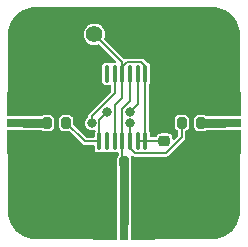
<source format=gbr>
%TF.GenerationSoftware,KiCad,Pcbnew,6.0.9+dfsg-1~bpo11+1*%
%TF.CreationDate,2022-11-28T09:51:56+01:00*%
%TF.ProjectId,017-johnson-counter,3031372d-6a6f-4686-9e73-6f6e2d636f75,1*%
%TF.SameCoordinates,Original*%
%TF.FileFunction,Copper,L1,Top*%
%TF.FilePolarity,Positive*%
%FSLAX46Y46*%
G04 Gerber Fmt 4.6, Leading zero omitted, Abs format (unit mm)*
G04 Created by KiCad (PCBNEW 6.0.9+dfsg-1~bpo11+1) date 2022-11-28 09:51:56*
%MOMM*%
%LPD*%
G01*
G04 APERTURE LIST*
G04 Aperture macros list*
%AMRoundRect*
0 Rectangle with rounded corners*
0 $1 Rounding radius*
0 $2 $3 $4 $5 $6 $7 $8 $9 X,Y pos of 4 corners*
0 Add a 4 corners polygon primitive as box body*
4,1,4,$2,$3,$4,$5,$6,$7,$8,$9,$2,$3,0*
0 Add four circle primitives for the rounded corners*
1,1,$1+$1,$2,$3*
1,1,$1+$1,$4,$5*
1,1,$1+$1,$6,$7*
1,1,$1+$1,$8,$9*
0 Add four rect primitives between the rounded corners*
20,1,$1+$1,$2,$3,$4,$5,0*
20,1,$1+$1,$4,$5,$6,$7,0*
20,1,$1+$1,$6,$7,$8,$9,0*
20,1,$1+$1,$8,$9,$2,$3,0*%
G04 Aperture macros list end*
%TA.AperFunction,ComponentPad*%
%ADD10C,1.400000*%
%TD*%
%TA.AperFunction,SMDPad,CuDef*%
%ADD11RoundRect,0.200000X-0.200000X-0.275000X0.200000X-0.275000X0.200000X0.275000X-0.200000X0.275000X0*%
%TD*%
%TA.AperFunction,SMDPad,CuDef*%
%ADD12RoundRect,0.225000X0.250000X-0.225000X0.250000X0.225000X-0.250000X0.225000X-0.250000X-0.225000X0*%
%TD*%
%TA.AperFunction,SMDPad,CuDef*%
%ADD13RoundRect,0.100000X-0.100000X0.637500X-0.100000X-0.637500X0.100000X-0.637500X0.100000X0.637500X0*%
%TD*%
%TA.AperFunction,SMDPad,CuDef*%
%ADD14R,3.000000X0.800000*%
%TD*%
%TA.AperFunction,ComponentPad*%
%ADD15C,0.800000*%
%TD*%
%TA.AperFunction,SMDPad,CuDef*%
%ADD16R,3.000000X2.000000*%
%TD*%
%TA.AperFunction,ComponentPad*%
%ADD17C,3.400000*%
%TD*%
%TA.AperFunction,SMDPad,CuDef*%
%ADD18R,0.800000X3.000000*%
%TD*%
%TA.AperFunction,SMDPad,CuDef*%
%ADD19R,2.000000X3.000000*%
%TD*%
%TA.AperFunction,ViaPad*%
%ADD20C,0.800000*%
%TD*%
%TA.AperFunction,Conductor*%
%ADD21C,0.200000*%
%TD*%
%TA.AperFunction,Conductor*%
%ADD22C,0.800000*%
%TD*%
G04 APERTURE END LIST*
D10*
%TO.P,J4,1*%
%TO.N,/VCC*%
X157500000Y-77500000D03*
%TD*%
D11*
%TO.P,R3,1*%
%TO.N,GND*%
X158356800Y-88341200D03*
%TO.P,R3,2*%
%TO.N,/CLK*%
X160006800Y-88341200D03*
%TD*%
%TO.P,R2,1*%
%TO.N,/I*%
X164884600Y-84988400D03*
%TO.P,R2,2*%
%TO.N,Net-(J3-Pad1)*%
X166534600Y-84988400D03*
%TD*%
%TO.P,R1,1*%
%TO.N,Net-(J2-Pad1)*%
X153454600Y-84988400D03*
%TO.P,R1,2*%
%TO.N,/Q*%
X155104600Y-84988400D03*
%TD*%
D12*
%TO.P,C1,1*%
%TO.N,/VCC*%
X163423600Y-86525400D03*
%TO.P,C1,2*%
%TO.N,GND*%
X163423600Y-84975400D03*
%TD*%
D13*
%TO.P,U1,1,~{R}*%
%TO.N,/VCC*%
X161817600Y-80830500D03*
%TO.P,U1,2,D*%
%TO.N,/Q*%
X161167600Y-80830500D03*
%TO.P,U1,3,C*%
%TO.N,/CLK*%
X160517600Y-80830500D03*
%TO.P,U1,4,~{S}*%
%TO.N,/VCC*%
X159867600Y-80830500D03*
%TO.P,U1,5,Q*%
%TO.N,/I*%
X159217600Y-80830500D03*
%TO.P,U1,6,~{Q}*%
%TO.N,unconnected-(U1-Pad6)*%
X158567600Y-80830500D03*
%TO.P,U1,7,GND*%
%TO.N,GND*%
X157917600Y-80830500D03*
%TO.P,U1,8,~{Q}*%
%TO.N,/Q*%
X157917600Y-86555500D03*
%TO.P,U1,9,Q*%
%TO.N,unconnected-(U1-Pad9)*%
X158567600Y-86555500D03*
%TO.P,U1,10,~{S}*%
%TO.N,/VCC*%
X159217600Y-86555500D03*
%TO.P,U1,11,C*%
%TO.N,/CLK*%
X159867600Y-86555500D03*
%TO.P,U1,12,D*%
%TO.N,/I*%
X160517600Y-86555500D03*
%TO.P,U1,13,~{R}*%
%TO.N,/VCC*%
X161167600Y-86555500D03*
%TO.P,U1,14,VCC*%
X161817600Y-86555500D03*
%TD*%
D14*
%TO.P,J3,1,Pin_1*%
%TO.N,Net-(J3-Pad1)*%
X168500000Y-85000000D03*
D15*
%TO.P,J3,2,Pin_2*%
%TO.N,GND*%
X168000000Y-83500000D03*
X168000000Y-86500000D03*
X169500000Y-86000000D03*
D16*
X168500000Y-83400000D03*
D15*
X167500000Y-86000000D03*
X169000000Y-86500000D03*
X169000000Y-83500000D03*
X169500000Y-84000000D03*
X168500000Y-84000000D03*
X168500000Y-86000000D03*
D16*
X168500000Y-86600000D03*
D15*
X167500000Y-84000000D03*
%TD*%
D17*
%TO.P,H1,1,1*%
%TO.N,GND*%
X152500000Y-77500000D03*
%TD*%
%TO.P,H2,1,1*%
%TO.N,GND*%
X152500000Y-92500000D03*
%TD*%
%TO.P,H4,1,1*%
%TO.N,GND*%
X167500000Y-77500000D03*
%TD*%
D14*
%TO.P,J2,1,Pin_1*%
%TO.N,Net-(J2-Pad1)*%
X151500000Y-85000000D03*
D15*
%TO.P,J2,2,Pin_2*%
%TO.N,GND*%
X151000000Y-83500000D03*
X152000000Y-83500000D03*
X151500000Y-84000000D03*
X151500000Y-86000000D03*
X152000000Y-86500000D03*
X152500000Y-84000000D03*
X152500000Y-86000000D03*
X150500000Y-86000000D03*
D16*
X151500000Y-83400000D03*
X151500000Y-86600000D03*
D15*
X151000000Y-86500000D03*
X150500000Y-84000000D03*
%TD*%
D17*
%TO.P,H3,1,1*%
%TO.N,GND*%
X167500000Y-92500000D03*
%TD*%
D18*
%TO.P,J1,1,Pin_1*%
%TO.N,/CLK*%
X160000000Y-93500000D03*
D15*
%TO.P,J1,2,Pin_2*%
%TO.N,GND*%
X158500000Y-93000000D03*
D19*
X161600000Y-93500000D03*
D15*
X161500000Y-93000000D03*
X161000000Y-92500000D03*
X159000000Y-93500000D03*
X161000000Y-93500000D03*
X161000000Y-94500000D03*
X158500000Y-94000000D03*
X159000000Y-92500000D03*
D19*
X158400000Y-93500000D03*
D15*
X159000000Y-94500000D03*
X161500000Y-94000000D03*
%TD*%
D20*
%TO.N,GND*%
X162500000Y-82500000D03*
X160000000Y-77500000D03*
X155000000Y-80000000D03*
X155000000Y-82500000D03*
X155000000Y-87500000D03*
X155000000Y-90000000D03*
X157500000Y-90000000D03*
X162500000Y-90000000D03*
X165000000Y-90000000D03*
X165000000Y-87500000D03*
X165000000Y-82500000D03*
X165000000Y-80000000D03*
X167500000Y-80000000D03*
X167500000Y-82500000D03*
X167500000Y-87500000D03*
X167500000Y-90000000D03*
X162500000Y-92500000D03*
X165000000Y-92500000D03*
X157500000Y-92500000D03*
X155000000Y-92500000D03*
X152500000Y-87500000D03*
X152500000Y-90000000D03*
X152500000Y-82500000D03*
X152500000Y-80000000D03*
X155000000Y-77500000D03*
X165000000Y-77500000D03*
X157149800Y-80797400D03*
X158369000Y-88341200D03*
X163423600Y-84963000D03*
%TO.N,/I*%
X160519500Y-85016966D03*
X157265700Y-85010474D03*
%TO.N,/Q*%
X158565700Y-84074000D03*
X160519500Y-84065063D03*
%TD*%
D21*
%TO.N,/VCC*%
X159867600Y-80830500D02*
X159867600Y-79867600D01*
X159867600Y-79867600D02*
X157500000Y-77500000D01*
D22*
%TO.N,Net-(J3-Pad1)*%
X168500000Y-85000000D02*
X166546200Y-85000000D01*
X166546200Y-85000000D02*
X166534600Y-84988400D01*
%TO.N,Net-(J2-Pad1)*%
X151500000Y-85000000D02*
X153443000Y-85000000D01*
X153443000Y-85000000D02*
X153454600Y-84988400D01*
%TO.N,/CLK*%
X160000000Y-93500000D02*
X160000000Y-88461400D01*
D21*
X159867600Y-86555500D02*
X159867600Y-88329000D01*
X159867600Y-88329000D02*
X159879800Y-88341200D01*
%TO.N,/VCC*%
X163423600Y-86525400D02*
X161847700Y-86525400D01*
X161847700Y-86525400D02*
X161817600Y-86555500D01*
%TO.N,/I*%
X164884600Y-84988400D02*
X164884600Y-86214546D01*
X164884600Y-86214546D02*
X163553746Y-87545400D01*
X160921631Y-87545400D02*
X160517600Y-87141369D01*
X163553746Y-87545400D02*
X160921631Y-87545400D01*
%TO.N,/Q*%
X155104600Y-84988400D02*
X156671700Y-86555500D01*
X156671700Y-86555500D02*
X157917600Y-86555500D01*
%TO.N,/I*%
X160517600Y-86555500D02*
X160517600Y-87141369D01*
%TO.N,/Q*%
X155130000Y-84963000D02*
X155104600Y-84988400D01*
%TO.N,/VCC*%
X159867600Y-80830500D02*
X159867600Y-80244631D01*
X159867600Y-80244631D02*
X160271631Y-79840600D01*
X160271631Y-79840600D02*
X161476200Y-79840600D01*
X161476200Y-79840600D02*
X161817600Y-80182000D01*
X161817600Y-80182000D02*
X161817600Y-80830500D01*
%TO.N,/I*%
X157265700Y-84415300D02*
X159217600Y-82463400D01*
X160517600Y-85018866D02*
X160519500Y-85016966D01*
X160517600Y-86555500D02*
X160517600Y-85018866D01*
X159217600Y-82463400D02*
X159217600Y-80830500D01*
X157265700Y-85010474D02*
X157265700Y-84415300D01*
%TO.N,/Q*%
X161167600Y-80830500D02*
X161167600Y-83416963D01*
X161167600Y-83416963D02*
X160519500Y-84065063D01*
X158565700Y-84074000D02*
X157917600Y-84722100D01*
X157917600Y-84722100D02*
X157917600Y-86555500D01*
%TO.N,/VCC*%
X159217600Y-83504800D02*
X159867600Y-82854800D01*
X159217600Y-86555500D02*
X159217600Y-83504800D01*
X159867600Y-82854800D02*
X159867600Y-80830500D01*
X161817600Y-80830500D02*
X161817600Y-86555500D01*
X161167600Y-86555500D02*
X161817600Y-86555500D01*
%TO.N,/CLK*%
X160517600Y-83144600D02*
X159867600Y-83794600D01*
X160517600Y-80830500D02*
X160517600Y-83144600D01*
X159867600Y-83794600D02*
X159867600Y-86555500D01*
%TD*%
%TA.AperFunction,Conductor*%
%TO.N,GND*%
G36*
X167488169Y-75203018D02*
G01*
X167499641Y-75205656D01*
X167510517Y-75203195D01*
X167521664Y-75203214D01*
X167521664Y-75203243D01*
X167531772Y-75202422D01*
X167661986Y-75210298D01*
X167771204Y-75216905D01*
X167783056Y-75218344D01*
X168044422Y-75266241D01*
X168056015Y-75269098D01*
X168262244Y-75333361D01*
X168309695Y-75348148D01*
X168320873Y-75352387D01*
X168563170Y-75461436D01*
X168573756Y-75466992D01*
X168801142Y-75604452D01*
X168810980Y-75611243D01*
X169020132Y-75775103D01*
X169029081Y-75783030D01*
X169216970Y-75970919D01*
X169224897Y-75979868D01*
X169388757Y-76189020D01*
X169395548Y-76198858D01*
X169533008Y-76426244D01*
X169538564Y-76436830D01*
X169647613Y-76679127D01*
X169651852Y-76690305D01*
X169730900Y-76943977D01*
X169733759Y-76955578D01*
X169781655Y-77216936D01*
X169783095Y-77228796D01*
X169788113Y-77311744D01*
X169797547Y-77467712D01*
X169796724Y-77477628D01*
X169796862Y-77477628D01*
X169796842Y-77488776D01*
X169794344Y-77499641D01*
X169796804Y-77510513D01*
X169797059Y-77511638D01*
X169799500Y-77533488D01*
X169799500Y-84300500D01*
X169780593Y-84358691D01*
X169731093Y-84394655D01*
X169700500Y-84399500D01*
X167022512Y-84399500D01*
X166973797Y-84383673D01*
X166972942Y-84385350D01*
X166866844Y-84331290D01*
X166866843Y-84331290D01*
X166859904Y-84327754D01*
X166852210Y-84326535D01*
X166852209Y-84326535D01*
X166769965Y-84313509D01*
X166769963Y-84313509D01*
X166766119Y-84312900D01*
X166534630Y-84312900D01*
X166303082Y-84312901D01*
X166299239Y-84313510D01*
X166299234Y-84313510D01*
X166262383Y-84319347D01*
X166209296Y-84327754D01*
X166166751Y-84349432D01*
X166103197Y-84381814D01*
X166103195Y-84381815D01*
X166096258Y-84385350D01*
X166006550Y-84475058D01*
X166003015Y-84481995D01*
X166003014Y-84481997D01*
X165978873Y-84529377D01*
X165948954Y-84588096D01*
X165947735Y-84595790D01*
X165947735Y-84595791D01*
X165937717Y-84659044D01*
X165934100Y-84681881D01*
X165934100Y-84942548D01*
X165933253Y-84955467D01*
X165928918Y-84988400D01*
X165929765Y-84994833D01*
X165933254Y-85021333D01*
X165934101Y-85034252D01*
X165934101Y-85294918D01*
X165934710Y-85298761D01*
X165934710Y-85298766D01*
X165937093Y-85313812D01*
X165948954Y-85388704D01*
X165971831Y-85433603D01*
X166002677Y-85494140D01*
X166006550Y-85501742D01*
X166096258Y-85591450D01*
X166103195Y-85594985D01*
X166103197Y-85594986D01*
X166188090Y-85638241D01*
X166209296Y-85649046D01*
X166216990Y-85650265D01*
X166216991Y-85650265D01*
X166299235Y-85663291D01*
X166299237Y-85663291D01*
X166303081Y-85663900D01*
X166534570Y-85663900D01*
X166766118Y-85663899D01*
X166769961Y-85663290D01*
X166769966Y-85663290D01*
X166852209Y-85650265D01*
X166852211Y-85650264D01*
X166859904Y-85649046D01*
X166934005Y-85611289D01*
X166978947Y-85600500D01*
X169700500Y-85600500D01*
X169758691Y-85619407D01*
X169794655Y-85668907D01*
X169799500Y-85699500D01*
X169799500Y-92465983D01*
X169796982Y-92488169D01*
X169794344Y-92499641D01*
X169796805Y-92510517D01*
X169796786Y-92521664D01*
X169796757Y-92521664D01*
X169797578Y-92531772D01*
X169783096Y-92771197D01*
X169781656Y-92783056D01*
X169733761Y-93044415D01*
X169730900Y-93056023D01*
X169651852Y-93309695D01*
X169647613Y-93320873D01*
X169538564Y-93563170D01*
X169533008Y-93573756D01*
X169395548Y-93801142D01*
X169388757Y-93810980D01*
X169224897Y-94020132D01*
X169216970Y-94029081D01*
X169029081Y-94216970D01*
X169020132Y-94224897D01*
X168810980Y-94388757D01*
X168801142Y-94395548D01*
X168573756Y-94533008D01*
X168563170Y-94538564D01*
X168320873Y-94647613D01*
X168309695Y-94651852D01*
X168056015Y-94730902D01*
X168044422Y-94733759D01*
X167783056Y-94781656D01*
X167771204Y-94783095D01*
X167532288Y-94797547D01*
X167522372Y-94796724D01*
X167522372Y-94796862D01*
X167511224Y-94796842D01*
X167500359Y-94794344D01*
X167488359Y-94797059D01*
X167466512Y-94799500D01*
X160699500Y-94799500D01*
X160641309Y-94780593D01*
X160605345Y-94731093D01*
X160600500Y-94700500D01*
X160600500Y-88698443D01*
X160601719Y-88682956D01*
X160606691Y-88651565D01*
X160606691Y-88651563D01*
X160607300Y-88647719D01*
X160607299Y-88034682D01*
X160592446Y-87940896D01*
X160564868Y-87886771D01*
X160555297Y-87826339D01*
X160583074Y-87771822D01*
X160637591Y-87744045D01*
X160698023Y-87753616D01*
X160723082Y-87771822D01*
X160728908Y-87777648D01*
X160732618Y-87780193D01*
X160736531Y-87783629D01*
X160758277Y-87803801D01*
X160766765Y-87807188D01*
X160766766Y-87807188D01*
X160768967Y-87808066D01*
X160788283Y-87818380D01*
X160790238Y-87819721D01*
X160790241Y-87819722D01*
X160797777Y-87824892D01*
X160823689Y-87831041D01*
X160837515Y-87835414D01*
X160855763Y-87842694D01*
X160855765Y-87842694D01*
X160862253Y-87845283D01*
X160868546Y-87845900D01*
X160874715Y-87845900D01*
X160897574Y-87848575D01*
X160897804Y-87848630D01*
X160897806Y-87848630D01*
X160906697Y-87850740D01*
X160935619Y-87846804D01*
X160948968Y-87845900D01*
X163500238Y-87845900D01*
X163504363Y-87846203D01*
X163509088Y-87847825D01*
X163558507Y-87845970D01*
X163562220Y-87845900D01*
X163581694Y-87845900D01*
X163586124Y-87845075D01*
X163591317Y-87844739D01*
X163607348Y-87844137D01*
X163611821Y-87843969D01*
X163620954Y-87843626D01*
X163629348Y-87840020D01*
X163629351Y-87840019D01*
X163631529Y-87839083D01*
X163652480Y-87832717D01*
X163663799Y-87830609D01*
X163686475Y-87816632D01*
X163699342Y-87809948D01*
X163717388Y-87802195D01*
X163717389Y-87802194D01*
X163723809Y-87799436D01*
X163728695Y-87795422D01*
X163733059Y-87791058D01*
X163751114Y-87776787D01*
X163759094Y-87771868D01*
X163776764Y-87748631D01*
X163785556Y-87738561D01*
X165059251Y-86464866D01*
X165062380Y-86462166D01*
X165066869Y-86459971D01*
X165100493Y-86423724D01*
X165103069Y-86421048D01*
X165116848Y-86407269D01*
X165119393Y-86403559D01*
X165122829Y-86399646D01*
X165136787Y-86384599D01*
X165143001Y-86377900D01*
X165146388Y-86369412D01*
X165147267Y-86367209D01*
X165157578Y-86347898D01*
X165158922Y-86345939D01*
X165158923Y-86345936D01*
X165164093Y-86338400D01*
X165170244Y-86312480D01*
X165174614Y-86298661D01*
X165184483Y-86273924D01*
X165185100Y-86267631D01*
X165185100Y-86261461D01*
X165187775Y-86238602D01*
X165187830Y-86238372D01*
X165189940Y-86229480D01*
X165186004Y-86200558D01*
X165185100Y-86187209D01*
X165185100Y-85722352D01*
X165204007Y-85664161D01*
X165239155Y-85634143D01*
X165315998Y-85594989D01*
X165316002Y-85594986D01*
X165322942Y-85591450D01*
X165412650Y-85501742D01*
X165416524Y-85494140D01*
X165466710Y-85395644D01*
X165466710Y-85395643D01*
X165470246Y-85388704D01*
X165482187Y-85313315D01*
X165484491Y-85298765D01*
X165484491Y-85298763D01*
X165485100Y-85294919D01*
X165485099Y-84681882D01*
X165482431Y-84665031D01*
X165478653Y-84641183D01*
X165470246Y-84588096D01*
X165418194Y-84485938D01*
X165416186Y-84481997D01*
X165416185Y-84481995D01*
X165412650Y-84475058D01*
X165322942Y-84385350D01*
X165316005Y-84381815D01*
X165316003Y-84381814D01*
X165216844Y-84331290D01*
X165216843Y-84331290D01*
X165209904Y-84327754D01*
X165202210Y-84326535D01*
X165202209Y-84326535D01*
X165119965Y-84313509D01*
X165119963Y-84313509D01*
X165116119Y-84312900D01*
X164884630Y-84312900D01*
X164653082Y-84312901D01*
X164649239Y-84313510D01*
X164649234Y-84313510D01*
X164612383Y-84319347D01*
X164559296Y-84327754D01*
X164516751Y-84349432D01*
X164453197Y-84381814D01*
X164453195Y-84381815D01*
X164446258Y-84385350D01*
X164356550Y-84475058D01*
X164353015Y-84481995D01*
X164353014Y-84481997D01*
X164328873Y-84529377D01*
X164298954Y-84588096D01*
X164297735Y-84595790D01*
X164297735Y-84595791D01*
X164287717Y-84659044D01*
X164284100Y-84681881D01*
X164284101Y-85294918D01*
X164284710Y-85298761D01*
X164284710Y-85298766D01*
X164287093Y-85313812D01*
X164298954Y-85388704D01*
X164321831Y-85433603D01*
X164352677Y-85494140D01*
X164356550Y-85501742D01*
X164446258Y-85591450D01*
X164453198Y-85594986D01*
X164453202Y-85594989D01*
X164530045Y-85634143D01*
X164573310Y-85677407D01*
X164584100Y-85722352D01*
X164584100Y-86049066D01*
X164565193Y-86107257D01*
X164555104Y-86119070D01*
X164268104Y-86406070D01*
X164213587Y-86433847D01*
X164153155Y-86424276D01*
X164109890Y-86381011D01*
X164099100Y-86336066D01*
X164099100Y-86266912D01*
X164094219Y-86236093D01*
X164084538Y-86174969D01*
X164084538Y-86174968D01*
X164083319Y-86167274D01*
X164022128Y-86047180D01*
X163926820Y-85951872D01*
X163919883Y-85948337D01*
X163919881Y-85948336D01*
X163813666Y-85894217D01*
X163813665Y-85894217D01*
X163806726Y-85890681D01*
X163799032Y-85889462D01*
X163799031Y-85889462D01*
X163710934Y-85875509D01*
X163710932Y-85875509D01*
X163707088Y-85874900D01*
X163140112Y-85874900D01*
X163136268Y-85875509D01*
X163136266Y-85875509D01*
X163048169Y-85889462D01*
X163048168Y-85889462D01*
X163040474Y-85890681D01*
X163033535Y-85894217D01*
X163033534Y-85894217D01*
X162927319Y-85948336D01*
X162927317Y-85948337D01*
X162920380Y-85951872D01*
X162825072Y-86047180D01*
X162763881Y-86167274D01*
X162761655Y-86166140D01*
X162732708Y-86205988D01*
X162674511Y-86224900D01*
X162317100Y-86224900D01*
X162258909Y-86205993D01*
X162222945Y-86156493D01*
X162218100Y-86125900D01*
X162218100Y-85873354D01*
X162214982Y-85847154D01*
X162169539Y-85744847D01*
X162147158Y-85722505D01*
X162119332Y-85668012D01*
X162118100Y-85652440D01*
X162118100Y-81733501D01*
X162137007Y-81675310D01*
X162147035Y-81663559D01*
X162163383Y-81647183D01*
X162163385Y-81647181D01*
X162169841Y-81640713D01*
X162215106Y-81538327D01*
X162218100Y-81512646D01*
X162218100Y-80148354D01*
X162214982Y-80122154D01*
X162169539Y-80019847D01*
X162090313Y-79940759D01*
X162061191Y-79927884D01*
X161994736Y-79898504D01*
X161994734Y-79898504D01*
X161987927Y-79895494D01*
X161980533Y-79894632D01*
X161973351Y-79892674D01*
X161974205Y-79889540D01*
X161927517Y-79866946D01*
X161726520Y-79665949D01*
X161723820Y-79662820D01*
X161721625Y-79658331D01*
X161685378Y-79624707D01*
X161682702Y-79622131D01*
X161668923Y-79608352D01*
X161665213Y-79605807D01*
X161661300Y-79602371D01*
X161646255Y-79588415D01*
X161639554Y-79582199D01*
X161628864Y-79577934D01*
X161609548Y-79567620D01*
X161607593Y-79566279D01*
X161607590Y-79566278D01*
X161600054Y-79561108D01*
X161574141Y-79554959D01*
X161560316Y-79550586D01*
X161542068Y-79543306D01*
X161542066Y-79543306D01*
X161535578Y-79540717D01*
X161529285Y-79540100D01*
X161523116Y-79540100D01*
X161500257Y-79537425D01*
X161500027Y-79537370D01*
X161500025Y-79537370D01*
X161491134Y-79535260D01*
X161463374Y-79539038D01*
X161462213Y-79539196D01*
X161448863Y-79540100D01*
X160325139Y-79540100D01*
X160321014Y-79539797D01*
X160316289Y-79538175D01*
X160266870Y-79540030D01*
X160263157Y-79540100D01*
X160243683Y-79540100D01*
X160239253Y-79540925D01*
X160234060Y-79541261D01*
X160218029Y-79541863D01*
X160213556Y-79542031D01*
X160204423Y-79542374D01*
X160196029Y-79545980D01*
X160196026Y-79545981D01*
X160193848Y-79546917D01*
X160172897Y-79553283D01*
X160161578Y-79555391D01*
X160153795Y-79560188D01*
X160153796Y-79560188D01*
X160138903Y-79569368D01*
X160126036Y-79576051D01*
X160101568Y-79586564D01*
X160100390Y-79583822D01*
X160053260Y-79594998D01*
X159996798Y-79571425D01*
X159991300Y-79566329D01*
X158361758Y-77936787D01*
X158333981Y-77882270D01*
X158337607Y-77836190D01*
X158384072Y-77693188D01*
X158384073Y-77693183D01*
X158385674Y-77688256D01*
X158405460Y-77500000D01*
X158385674Y-77311744D01*
X158384073Y-77306817D01*
X158384072Y-77306812D01*
X158328781Y-77136646D01*
X158328780Y-77136645D01*
X158327179Y-77131716D01*
X158232533Y-76967784D01*
X158169821Y-76898135D01*
X158109341Y-76830965D01*
X158109337Y-76830962D01*
X158105871Y-76827112D01*
X157952730Y-76715849D01*
X157947998Y-76713742D01*
X157947996Y-76713741D01*
X157784540Y-76640965D01*
X157784539Y-76640965D01*
X157779803Y-76638856D01*
X157774733Y-76637778D01*
X157774732Y-76637778D01*
X157737390Y-76629841D01*
X157594646Y-76599500D01*
X157405354Y-76599500D01*
X157262610Y-76629841D01*
X157225268Y-76637778D01*
X157225267Y-76637778D01*
X157220197Y-76638856D01*
X157215461Y-76640965D01*
X157215460Y-76640965D01*
X157052004Y-76713741D01*
X157052002Y-76713742D01*
X157047270Y-76715849D01*
X156894129Y-76827112D01*
X156890663Y-76830962D01*
X156890659Y-76830965D01*
X156830179Y-76898135D01*
X156767467Y-76967784D01*
X156672821Y-77131716D01*
X156671220Y-77136645D01*
X156671219Y-77136646D01*
X156615928Y-77306812D01*
X156615927Y-77306817D01*
X156614326Y-77311744D01*
X156594540Y-77500000D01*
X156614326Y-77688256D01*
X156615927Y-77693183D01*
X156615928Y-77693188D01*
X156662393Y-77836190D01*
X156672821Y-77868284D01*
X156767467Y-78032216D01*
X156770939Y-78036072D01*
X156890659Y-78169035D01*
X156890663Y-78169038D01*
X156894129Y-78172888D01*
X157047270Y-78284151D01*
X157052002Y-78286258D01*
X157052004Y-78286259D01*
X157112000Y-78312971D01*
X157220197Y-78361144D01*
X157225267Y-78362222D01*
X157225268Y-78362222D01*
X157262610Y-78370159D01*
X157405354Y-78400500D01*
X157594646Y-78400500D01*
X157737390Y-78370159D01*
X157774732Y-78362222D01*
X157774733Y-78362222D01*
X157779803Y-78361144D01*
X157825842Y-78340646D01*
X157886690Y-78334250D01*
X157936112Y-78361083D01*
X159298525Y-79723496D01*
X159326302Y-79778013D01*
X159316731Y-79838445D01*
X159273466Y-79881710D01*
X159228521Y-79892500D01*
X159072954Y-79892500D01*
X159056551Y-79894452D01*
X159054131Y-79894740D01*
X159054130Y-79894740D01*
X159046754Y-79895618D01*
X158944447Y-79941061D01*
X158943908Y-79941601D01*
X158890002Y-79957568D01*
X158841367Y-79941811D01*
X158840313Y-79940759D01*
X158831956Y-79937064D01*
X158831954Y-79937063D01*
X158744736Y-79898504D01*
X158744734Y-79898504D01*
X158737927Y-79895494D01*
X158723922Y-79893861D01*
X158715094Y-79892832D01*
X158715093Y-79892832D01*
X158712246Y-79892500D01*
X158422954Y-79892500D01*
X158406551Y-79894452D01*
X158404131Y-79894740D01*
X158404130Y-79894740D01*
X158396754Y-79895618D01*
X158294447Y-79941061D01*
X158215359Y-80020287D01*
X158170094Y-80122673D01*
X158167100Y-80148354D01*
X158167100Y-81512646D01*
X158170218Y-81538846D01*
X158215661Y-81641153D01*
X158294887Y-81720241D01*
X158303245Y-81723936D01*
X158390464Y-81762496D01*
X158390466Y-81762496D01*
X158397273Y-81765506D01*
X158404667Y-81766368D01*
X158419978Y-81768153D01*
X158422954Y-81768500D01*
X158712246Y-81768500D01*
X158730161Y-81766368D01*
X158731069Y-81766260D01*
X158731070Y-81766260D01*
X158738446Y-81765382D01*
X158777912Y-81747852D01*
X158838768Y-81741509D01*
X158891729Y-81772149D01*
X158916567Y-81828066D01*
X158917100Y-81838328D01*
X158917100Y-82297921D01*
X158898193Y-82356112D01*
X158888104Y-82367925D01*
X157091049Y-84164980D01*
X157087920Y-84167680D01*
X157083431Y-84169875D01*
X157077213Y-84176578D01*
X157049807Y-84206122D01*
X157047231Y-84208798D01*
X157033452Y-84222577D01*
X157030907Y-84226287D01*
X157027471Y-84230200D01*
X157007299Y-84251946D01*
X157003912Y-84260434D01*
X157003912Y-84260435D01*
X157003034Y-84262636D01*
X156992720Y-84281952D01*
X156991379Y-84283907D01*
X156991378Y-84283910D01*
X156986208Y-84291446D01*
X156981117Y-84312900D01*
X156980059Y-84317358D01*
X156975686Y-84331184D01*
X156975644Y-84331290D01*
X156965817Y-84355922D01*
X156965200Y-84362215D01*
X156965200Y-84368384D01*
X156962525Y-84391243D01*
X156960360Y-84400366D01*
X156961592Y-84409420D01*
X156961592Y-84409424D01*
X156963394Y-84422663D01*
X156952505Y-84482872D01*
X156925566Y-84514554D01*
X156837418Y-84582192D01*
X156741164Y-84707633D01*
X156680656Y-84853712D01*
X156660018Y-85010474D01*
X156680656Y-85167236D01*
X156741164Y-85313315D01*
X156837418Y-85438756D01*
X156962859Y-85535010D01*
X157108938Y-85595518D01*
X157265700Y-85616156D01*
X157422462Y-85595518D01*
X157428460Y-85593034D01*
X157428462Y-85593033D01*
X157462240Y-85579042D01*
X157523236Y-85574241D01*
X157575405Y-85606211D01*
X157598820Y-85662739D01*
X157584536Y-85722234D01*
X157574103Y-85735479D01*
X157571817Y-85738818D01*
X157565359Y-85745287D01*
X157520094Y-85847673D01*
X157517100Y-85873354D01*
X157517100Y-86156000D01*
X157498193Y-86214191D01*
X157448693Y-86250155D01*
X157418100Y-86255000D01*
X156837179Y-86255000D01*
X156778988Y-86236093D01*
X156767175Y-86226004D01*
X155734096Y-85192925D01*
X155706319Y-85138408D01*
X155705100Y-85122921D01*
X155705099Y-84685776D01*
X155705099Y-84681882D01*
X155702431Y-84665031D01*
X155698653Y-84641183D01*
X155690246Y-84588096D01*
X155638194Y-84485938D01*
X155636186Y-84481997D01*
X155636185Y-84481995D01*
X155632650Y-84475058D01*
X155542942Y-84385350D01*
X155536005Y-84381815D01*
X155536003Y-84381814D01*
X155436844Y-84331290D01*
X155436843Y-84331290D01*
X155429904Y-84327754D01*
X155422210Y-84326535D01*
X155422209Y-84326535D01*
X155339965Y-84313509D01*
X155339963Y-84313509D01*
X155336119Y-84312900D01*
X155104630Y-84312900D01*
X154873082Y-84312901D01*
X154869239Y-84313510D01*
X154869234Y-84313510D01*
X154832383Y-84319347D01*
X154779296Y-84327754D01*
X154736751Y-84349432D01*
X154673197Y-84381814D01*
X154673195Y-84381815D01*
X154666258Y-84385350D01*
X154576550Y-84475058D01*
X154573015Y-84481995D01*
X154573014Y-84481997D01*
X154548873Y-84529377D01*
X154518954Y-84588096D01*
X154517735Y-84595790D01*
X154517735Y-84595791D01*
X154507717Y-84659044D01*
X154504100Y-84681881D01*
X154504101Y-85294918D01*
X154504710Y-85298761D01*
X154504710Y-85298766D01*
X154507093Y-85313812D01*
X154518954Y-85388704D01*
X154541831Y-85433603D01*
X154572677Y-85494140D01*
X154576550Y-85501742D01*
X154666258Y-85591450D01*
X154673195Y-85594985D01*
X154673197Y-85594986D01*
X154758090Y-85638241D01*
X154779296Y-85649046D01*
X154786990Y-85650265D01*
X154786991Y-85650265D01*
X154869235Y-85663291D01*
X154869237Y-85663291D01*
X154873081Y-85663900D01*
X154942704Y-85663900D01*
X155314120Y-85663899D01*
X155372311Y-85682806D01*
X155384124Y-85692895D01*
X156421380Y-86730151D01*
X156424080Y-86733280D01*
X156426275Y-86737769D01*
X156432978Y-86743987D01*
X156462522Y-86771393D01*
X156465198Y-86773969D01*
X156478977Y-86787748D01*
X156482687Y-86790293D01*
X156486600Y-86793729D01*
X156508346Y-86813901D01*
X156516834Y-86817288D01*
X156516835Y-86817288D01*
X156519036Y-86818166D01*
X156538352Y-86828480D01*
X156540307Y-86829821D01*
X156540310Y-86829822D01*
X156547846Y-86834992D01*
X156573758Y-86841141D01*
X156587584Y-86845514D01*
X156605832Y-86852794D01*
X156605834Y-86852794D01*
X156612322Y-86855383D01*
X156618615Y-86856000D01*
X156624784Y-86856000D01*
X156647643Y-86858675D01*
X156647873Y-86858730D01*
X156647875Y-86858730D01*
X156656766Y-86860840D01*
X156685688Y-86856904D01*
X156699037Y-86856000D01*
X157418100Y-86856000D01*
X157476291Y-86874907D01*
X157512255Y-86924407D01*
X157517100Y-86955000D01*
X157517100Y-87237646D01*
X157520218Y-87263846D01*
X157565661Y-87366153D01*
X157644887Y-87445241D01*
X157653245Y-87448936D01*
X157740464Y-87487496D01*
X157740466Y-87487496D01*
X157747273Y-87490506D01*
X157754667Y-87491368D01*
X157769978Y-87493153D01*
X157772954Y-87493500D01*
X158062246Y-87493500D01*
X158080161Y-87491368D01*
X158081069Y-87491260D01*
X158081070Y-87491260D01*
X158088446Y-87490382D01*
X158190753Y-87444939D01*
X158191292Y-87444399D01*
X158245198Y-87428432D01*
X158293833Y-87444189D01*
X158294887Y-87445241D01*
X158303244Y-87448936D01*
X158303246Y-87448937D01*
X158390464Y-87487496D01*
X158390466Y-87487496D01*
X158397273Y-87490506D01*
X158404667Y-87491368D01*
X158419978Y-87493153D01*
X158422954Y-87493500D01*
X158712246Y-87493500D01*
X158730161Y-87491368D01*
X158731069Y-87491260D01*
X158731070Y-87491260D01*
X158738446Y-87490382D01*
X158840753Y-87444939D01*
X158841292Y-87444399D01*
X158895198Y-87428432D01*
X158943833Y-87444189D01*
X158944887Y-87445241D01*
X158953244Y-87448936D01*
X158953246Y-87448937D01*
X159040464Y-87487496D01*
X159040466Y-87487496D01*
X159047273Y-87490506D01*
X159054667Y-87491368D01*
X159069978Y-87493153D01*
X159072954Y-87493500D01*
X159362246Y-87493500D01*
X159380161Y-87491368D01*
X159381069Y-87491260D01*
X159381070Y-87491260D01*
X159388446Y-87490382D01*
X159427912Y-87472852D01*
X159488768Y-87466509D01*
X159541729Y-87497149D01*
X159566567Y-87553066D01*
X159567100Y-87563328D01*
X159567100Y-87698500D01*
X159548193Y-87756691D01*
X159538104Y-87768504D01*
X159478750Y-87827858D01*
X159475215Y-87834795D01*
X159475214Y-87834797D01*
X159469971Y-87845087D01*
X159421154Y-87940896D01*
X159406300Y-88034681D01*
X159406300Y-88038574D01*
X159406301Y-88363893D01*
X159405454Y-88376816D01*
X159399500Y-88422039D01*
X159399500Y-94700500D01*
X159380593Y-94758691D01*
X159331093Y-94794655D01*
X159300500Y-94799500D01*
X152534017Y-94799500D01*
X152511831Y-94796982D01*
X152511801Y-94796975D01*
X152500359Y-94794344D01*
X152489483Y-94796805D01*
X152478336Y-94796786D01*
X152478336Y-94796757D01*
X152468228Y-94797578D01*
X152338014Y-94789702D01*
X152228796Y-94783095D01*
X152216944Y-94781656D01*
X151955578Y-94733759D01*
X151943985Y-94730902D01*
X151690305Y-94651852D01*
X151679127Y-94647613D01*
X151436830Y-94538564D01*
X151426244Y-94533008D01*
X151198858Y-94395548D01*
X151189020Y-94388757D01*
X150979868Y-94224897D01*
X150970919Y-94216970D01*
X150783030Y-94029081D01*
X150775103Y-94020132D01*
X150611243Y-93810980D01*
X150604452Y-93801142D01*
X150466992Y-93573756D01*
X150461436Y-93563170D01*
X150352387Y-93320873D01*
X150348148Y-93309695D01*
X150269100Y-93056023D01*
X150266239Y-93044415D01*
X150218344Y-92783056D01*
X150216904Y-92771197D01*
X150202469Y-92532548D01*
X150204207Y-92511810D01*
X150203747Y-92511757D01*
X150204389Y-92506179D01*
X150205655Y-92500718D01*
X150205656Y-92500000D01*
X150204412Y-92494545D01*
X150202980Y-92488266D01*
X150200500Y-92466248D01*
X150200500Y-85699500D01*
X150219407Y-85641309D01*
X150268907Y-85605345D01*
X150299500Y-85600500D01*
X153010253Y-85600500D01*
X153055195Y-85611289D01*
X153129296Y-85649046D01*
X153136992Y-85650265D01*
X153219235Y-85663291D01*
X153219237Y-85663291D01*
X153223081Y-85663900D01*
X153454570Y-85663900D01*
X153686118Y-85663899D01*
X153689961Y-85663290D01*
X153689966Y-85663290D01*
X153726817Y-85657453D01*
X153779904Y-85649046D01*
X153865672Y-85605345D01*
X153886003Y-85594986D01*
X153886005Y-85594985D01*
X153892942Y-85591450D01*
X153982650Y-85501742D01*
X153986524Y-85494140D01*
X154036710Y-85395644D01*
X154036710Y-85395643D01*
X154040246Y-85388704D01*
X154052187Y-85313315D01*
X154054491Y-85298765D01*
X154054491Y-85298763D01*
X154055100Y-85294919D01*
X154055100Y-85034252D01*
X154055947Y-85021331D01*
X154059435Y-84994834D01*
X154059435Y-84994833D01*
X154060282Y-84988400D01*
X154055946Y-84955467D01*
X154055099Y-84942544D01*
X154055099Y-84681882D01*
X154052431Y-84665031D01*
X154048653Y-84641183D01*
X154040246Y-84588096D01*
X153988194Y-84485938D01*
X153986186Y-84481997D01*
X153986185Y-84481995D01*
X153982650Y-84475058D01*
X153892942Y-84385350D01*
X153886005Y-84381815D01*
X153886003Y-84381814D01*
X153786844Y-84331290D01*
X153786843Y-84331290D01*
X153779904Y-84327754D01*
X153772210Y-84326535D01*
X153772209Y-84326535D01*
X153689965Y-84313509D01*
X153689963Y-84313509D01*
X153686119Y-84312900D01*
X153454630Y-84312900D01*
X153223082Y-84312901D01*
X153219239Y-84313510D01*
X153219234Y-84313510D01*
X153182383Y-84319347D01*
X153129296Y-84327754D01*
X153016258Y-84385350D01*
X153015403Y-84383673D01*
X152966688Y-84399500D01*
X150299500Y-84399500D01*
X150241309Y-84380593D01*
X150205345Y-84331093D01*
X150200500Y-84300500D01*
X150200500Y-77534281D01*
X150203057Y-77511926D01*
X150203141Y-77511565D01*
X150205655Y-77500718D01*
X150205656Y-77500000D01*
X150204413Y-77494549D01*
X150203791Y-77488995D01*
X150204159Y-77488954D01*
X150202438Y-77467973D01*
X150209909Y-77344459D01*
X150216905Y-77228797D01*
X150218345Y-77216936D01*
X150266241Y-76955578D01*
X150269100Y-76943977D01*
X150348148Y-76690305D01*
X150352387Y-76679127D01*
X150461436Y-76436830D01*
X150466992Y-76426244D01*
X150604452Y-76198858D01*
X150611243Y-76189020D01*
X150775103Y-75979868D01*
X150783030Y-75970919D01*
X150970919Y-75783030D01*
X150979868Y-75775103D01*
X151189020Y-75611243D01*
X151198858Y-75604452D01*
X151426244Y-75466992D01*
X151436830Y-75461436D01*
X151679127Y-75352387D01*
X151690305Y-75348148D01*
X151737756Y-75333361D01*
X151943985Y-75269098D01*
X151955578Y-75266241D01*
X152216944Y-75218344D01*
X152228796Y-75216905D01*
X152467712Y-75202453D01*
X152477628Y-75203276D01*
X152477628Y-75203138D01*
X152488776Y-75203158D01*
X152499641Y-75205656D01*
X152511641Y-75202941D01*
X152533488Y-75200500D01*
X167465983Y-75200500D01*
X167488169Y-75203018D01*
G37*
%TD.AperFunction*%
%TD*%
M02*

</source>
